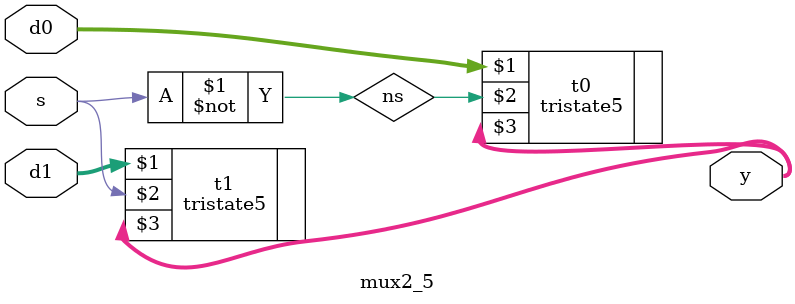
<source format=sv>
module mux2_5(input logic [4:0] d0, d1, input logic s, output tri [4:0] y);

not inversor(ns, s);

tristate5 t0(d0, ns, y);
tristate5 t1(d1, s, y);
endmodule

</source>
